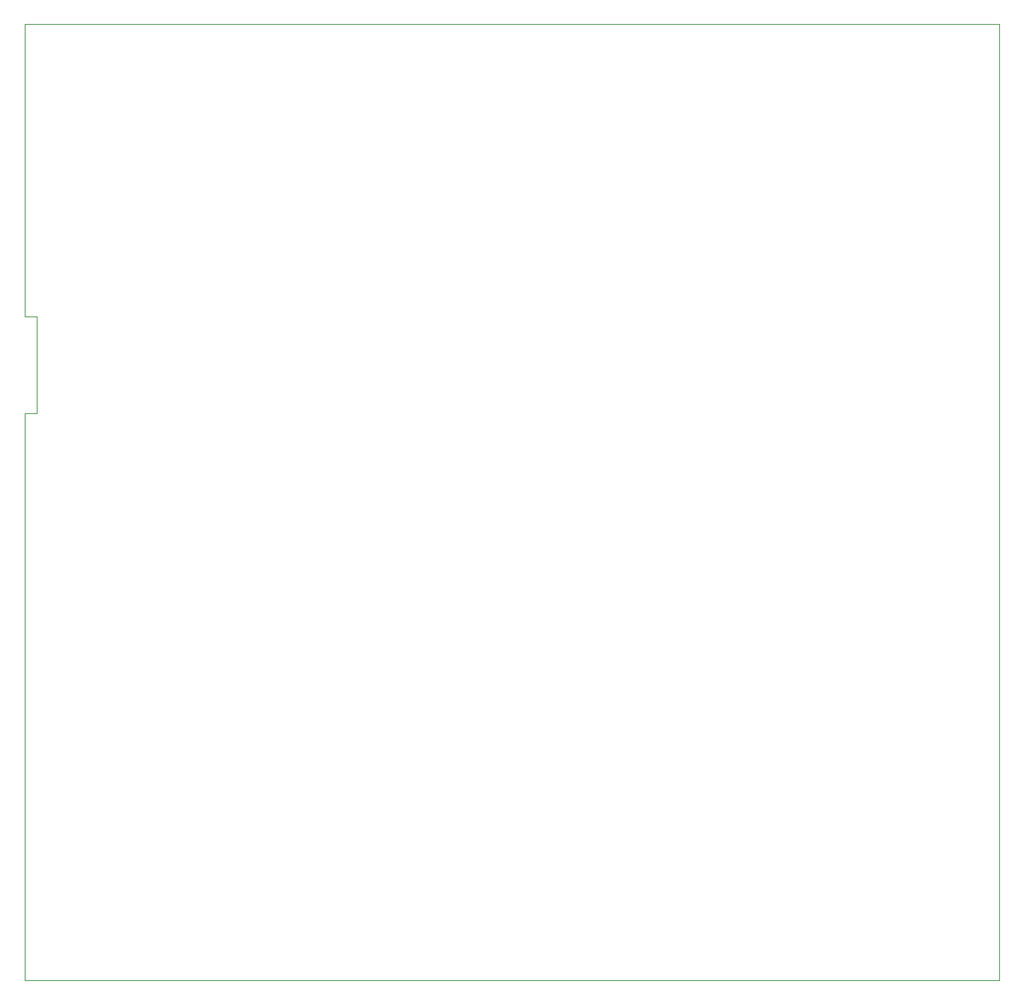
<source format=gm1>
G04 #@! TF.GenerationSoftware,KiCad,Pcbnew,(6.0.0)*
G04 #@! TF.CreationDate,2022-04-06T23:58:59+02:00*
G04 #@! TF.ProjectId,GenerativeEngine,47656e65-7261-4746-9976-65456e67696e,rev?*
G04 #@! TF.SameCoordinates,Original*
G04 #@! TF.FileFunction,Profile,NP*
%FSLAX46Y46*%
G04 Gerber Fmt 4.6, Leading zero omitted, Abs format (unit mm)*
G04 Created by KiCad (PCBNEW (6.0.0)) date 2022-04-06 23:58:59*
%MOMM*%
%LPD*%
G01*
G04 APERTURE LIST*
G04 #@! TA.AperFunction,Profile*
%ADD10C,0.100000*%
G04 #@! TD*
G04 APERTURE END LIST*
D10*
X146984200Y-155834400D02*
X146984200Y-47834400D01*
X36989800Y-91770200D02*
X36984200Y-155834400D01*
X146984200Y-155834400D02*
X36984200Y-155834400D01*
X146984200Y-47834400D02*
X36984200Y-47834400D01*
X38328600Y-80848200D02*
X38328600Y-91770200D01*
X36989800Y-80848200D02*
X36984200Y-47834400D01*
X38328600Y-91770200D02*
X36989800Y-91770200D01*
X38328600Y-80848200D02*
X36989800Y-80848200D01*
M02*

</source>
